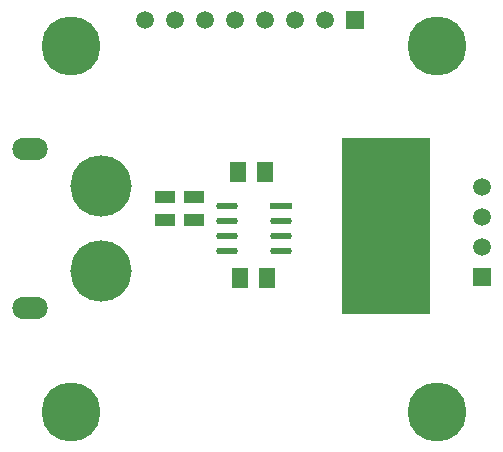
<source format=gbr>
%TF.GenerationSoftware,Altium Limited,Altium Designer,22.8.2 (66)*%
G04 Layer_Color=255*
%FSLAX45Y45*%
%MOMM*%
%TF.SameCoordinates,C69CFF7D-580E-4D1C-BBFF-10AAE48A081B*%
%TF.FilePolarity,Positive*%
%TF.FileFunction,Pads,Bot*%
%TF.Part,Single*%
G01*
G75*
%TA.AperFunction,SMDPad,CuDef*%
%ADD17R,1.40000X1.70000*%
%ADD19R,1.70000X1.00000*%
%TA.AperFunction,ComponentPad*%
%ADD28C,1.50000*%
%ADD29R,1.50000X1.50000*%
%ADD30O,3.00000X1.90000*%
%ADD31C,5.20000*%
%TA.AperFunction,ViaPad*%
%ADD32C,5.00000*%
%TA.AperFunction,ComponentPad*%
%ADD33R,1.50000X1.50000*%
%TA.AperFunction,SMDPad,CuDef*%
%ADD36R,7.50000X15.00000*%
%ADD37R,1.87407X0.54213*%
G04:AMPARAMS|DCode=38|XSize=1.87407mm|YSize=0.54213mm|CornerRadius=0.27107mm|HoleSize=0mm|Usage=FLASHONLY|Rotation=180.000|XOffset=0mm|YOffset=0mm|HoleType=Round|Shape=RoundedRectangle|*
%AMROUNDEDRECTD38*
21,1,1.87407,0.00000,0,0,180.0*
21,1,1.33193,0.54213,0,0,180.0*
1,1,0.54213,-0.66597,0.00000*
1,1,0.54213,0.66597,0.00000*
1,1,0.54213,0.66597,0.00000*
1,1,0.54213,-0.66597,0.00000*
%
%ADD38ROUNDEDRECTD38*%
D17*
X94300Y480000D02*
D03*
X-134300D02*
D03*
X109300Y-415000D02*
D03*
X-119300D02*
D03*
D19*
X-505000Y265000D02*
D03*
Y75000D02*
D03*
X-755000Y265000D02*
D03*
Y75000D02*
D03*
D28*
X-921000Y1770000D02*
D03*
X-667000D02*
D03*
X-413000D02*
D03*
X-159000D02*
D03*
X95000D02*
D03*
X349000D02*
D03*
X603000D02*
D03*
X1930000Y353000D02*
D03*
Y99000D02*
D03*
Y-155000D02*
D03*
D29*
X857000Y1770000D02*
D03*
D30*
X-1900000Y675000D02*
D03*
Y-675000D02*
D03*
D31*
X-1300000Y360000D02*
D03*
Y-360000D02*
D03*
D32*
X1550000Y1550000D02*
D03*
X-1550000D02*
D03*
X1550000Y-1550000D02*
D03*
X-1550000D02*
D03*
D33*
X1930000Y-409000D02*
D03*
D36*
X1120000Y25000D02*
D03*
D37*
X231607Y190500D02*
D03*
D38*
Y63500D02*
D03*
Y-63500D02*
D03*
Y-190500D02*
D03*
X-231607D02*
D03*
Y-63500D02*
D03*
Y63500D02*
D03*
Y190500D02*
D03*
%TF.MD5,b3d8e1e70fe50f022b0dfbcebe0db982*%
M02*

</source>
